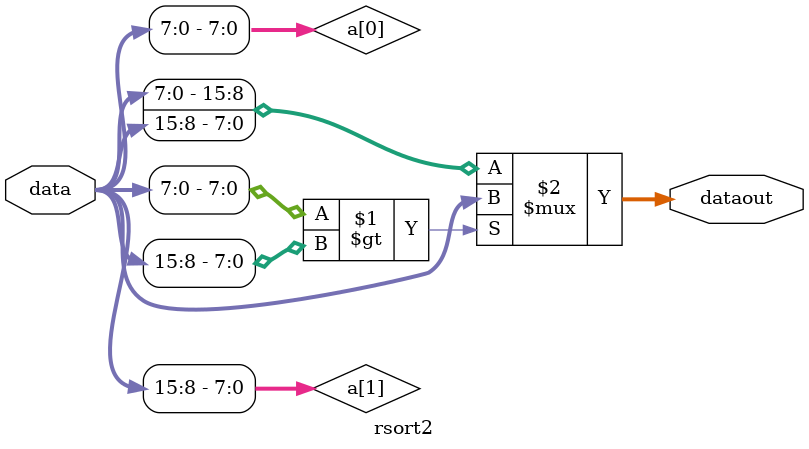
<source format=v>
module rsort2 #(
	parameter DATA_WIDTH=8
)(
	input wire [DATA_WIDTH*2-1:0] data,// 2个无符号整数, 输入
	output wire [DATA_WIDTH*2-1:0] dataout// 2个无符号整数, 排序完成后输出
);

localparam W=DATA_WIDTH;
wire [W-1:0] a[1:0];

assign a[0] = data[W-1:0];
assign a[1] = data[W*2-1:W];
assign dataout = (a[0] > a[1])? ({a[1], a[0]}):({a[0], a[1]});

endmodule

</source>
